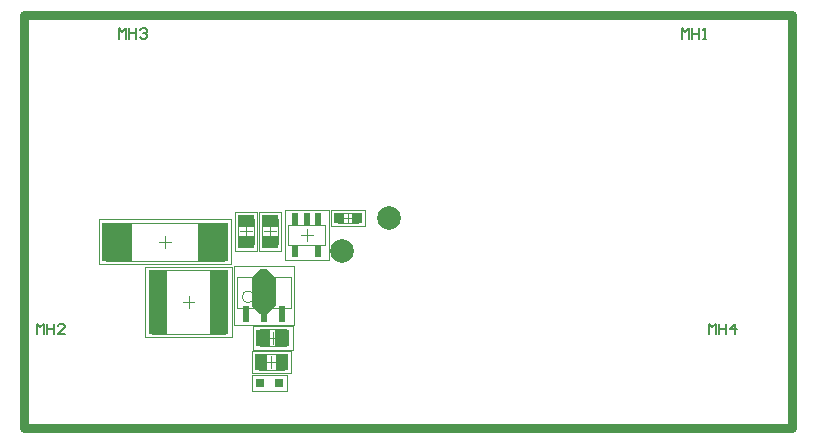
<source format=gtp>
G04*
G04 #@! TF.GenerationSoftware,Altium Limited,Altium Designer,20.2.5 (213)*
G04*
G04 Layer_Color=8421504*
%FSLAX25Y25*%
%MOIN*%
G70*
G04*
G04 #@! TF.SameCoordinates,39B45ED5-C860-4F3F-9C9E-4364353DF4F0*
G04*
G04*
G04 #@! TF.FilePolarity,Positive*
G04*
G01*
G75*
%ADD12C,0.00197*%
%ADD13C,0.00650*%
%ADD14C,0.03000*%
%ADD15C,0.00394*%
%ADD16C,0.07874*%
%ADD17R,0.02362X0.05512*%
%ADD18R,0.02362X0.02756*%
%ADD19R,0.02362X0.04134*%
%ADD20R,0.03937X0.05315*%
%ADD21R,0.03347X0.03543*%
%ADD22R,0.03150X0.03150*%
%ADD23R,0.10197X0.12756*%
%ADD24R,0.06496X0.21260*%
%ADD25R,0.05118X0.05709*%
%ADD26R,0.05315X0.03937*%
G36*
X83937Y50102D02*
Y40653D01*
X81181Y37898D01*
X78819D01*
X76063Y40653D01*
Y50102D01*
X78819Y52858D01*
X81181D01*
X83937Y50102D01*
D02*
G37*
D12*
X69961Y34157D02*
X90039D01*
X69961Y53843D02*
X90039D01*
X69961Y34157D02*
Y53843D01*
X90039Y34157D02*
Y53843D01*
X86976Y72583D02*
X101543D01*
X86976Y56047D02*
X101543D01*
Y72583D01*
X86976Y56047D02*
Y72583D01*
X75961Y18260D02*
X88953D01*
X75961Y25740D02*
X88953D01*
Y18260D02*
Y25740D01*
X75961Y18260D02*
Y25740D01*
X102291Y67244D02*
Y72756D01*
X113709Y67244D02*
Y72756D01*
X102291D02*
X113709D01*
X102291Y67244D02*
X113709D01*
X87559Y12441D02*
Y17559D01*
X76339Y12441D02*
X87559D01*
X76142D02*
Y17559D01*
X76339D02*
X87559D01*
X24953Y54520D02*
X69047D01*
X24953Y69480D02*
X69047D01*
Y54520D02*
Y69480D01*
X24953Y54520D02*
Y69480D01*
X40492Y30386D02*
X69232D01*
X40492Y53614D02*
X69232D01*
Y30386D02*
Y53614D01*
X40492Y30386D02*
Y53614D01*
X76307Y26063D02*
X89693D01*
X76307Y33937D02*
X89693D01*
Y26063D02*
Y33937D01*
X76307Y26063D02*
Y33937D01*
X70260Y59047D02*
Y72039D01*
X77740Y59047D02*
Y72039D01*
X70260Y59047D02*
X77740D01*
X70260Y72039D02*
X77740D01*
X85740Y59047D02*
Y72039D01*
X78260Y59047D02*
Y72039D01*
X85740D01*
X78260Y59047D02*
X85740D01*
D13*
X228200Y31200D02*
Y34699D01*
X229366Y33533D01*
X230533Y34699D01*
Y31200D01*
X231699Y34699D02*
Y31200D01*
Y32949D01*
X234031D01*
Y34699D01*
Y31200D01*
X236947D02*
Y34699D01*
X235198Y32949D01*
X237530D01*
X219350Y129650D02*
Y133149D01*
X220516Y131983D01*
X221683Y133149D01*
Y129650D01*
X222849Y133149D02*
Y129650D01*
Y131399D01*
X225181D01*
Y133149D01*
Y129650D01*
X226348D02*
X227514D01*
X226931D01*
Y133149D01*
X226348Y132566D01*
X4200Y31200D02*
Y34699D01*
X5366Y33533D01*
X6533Y34699D01*
Y31200D01*
X7699Y34699D02*
Y31200D01*
Y32949D01*
X10031D01*
Y34699D01*
Y31200D01*
X13530D02*
X11198D01*
X13530Y33533D01*
Y34116D01*
X12947Y34699D01*
X11781D01*
X11198Y34116D01*
X31650Y129750D02*
Y133249D01*
X32816Y132083D01*
X33983Y133249D01*
Y129750D01*
X35149Y133249D02*
Y129750D01*
Y131499D01*
X37481D01*
Y133249D01*
Y129750D01*
X38648Y132666D02*
X39231Y133249D01*
X40397D01*
X40980Y132666D01*
Y132083D01*
X40397Y131499D01*
X39814D01*
X40397D01*
X40980Y130916D01*
Y130333D01*
X40397Y129750D01*
X39231D01*
X38648Y130333D01*
D14*
X0Y0D02*
X255906D01*
Y137795D01*
X0D02*
X255906D01*
X0Y0D02*
Y137795D01*
D15*
X76653Y43695D02*
G03*
X76653Y43695I-1969J0D01*
G01*
X70945Y39955D02*
X89055D01*
X70945Y50191D02*
X89055D01*
X70945Y39955D02*
Y50191D01*
X89055Y39955D02*
Y50191D01*
X88059Y67563D02*
X100461D01*
X88059Y61067D02*
X100461D01*
Y67563D01*
X88059Y61067D02*
Y67563D01*
X78323Y19342D02*
X86591D01*
X78323Y24657D02*
X86591D01*
Y19342D02*
Y24657D01*
X78323Y19342D02*
Y24657D01*
X104654Y68228D02*
Y71772D01*
X111346Y68228D02*
Y71772D01*
X104654D02*
X111346D01*
X104654Y68228D02*
X111346D01*
X27315Y55701D02*
X66685D01*
X27315Y68299D02*
X66685D01*
Y55701D02*
Y68299D01*
X27315Y55701D02*
Y68299D01*
X42854Y31370D02*
X66870D01*
X42854Y52630D02*
X66870D01*
Y31370D02*
Y52630D01*
X42854Y31370D02*
Y52630D01*
X78669Y27146D02*
X87331D01*
X78669Y32854D02*
X87331D01*
Y27146D02*
Y32854D01*
X78669Y27146D02*
Y32854D01*
X71342Y61409D02*
Y69677D01*
X76657Y61409D02*
Y69677D01*
X71342Y61409D02*
X76657D01*
X71342Y69677D02*
X76657D01*
X84658Y61409D02*
Y69677D01*
X79343Y61409D02*
Y69677D01*
X84658D01*
X79343Y61409D02*
X84658D01*
X80000Y43104D02*
Y47041D01*
X78031Y45073D02*
X81968D01*
X94260Y62347D02*
Y66284D01*
X92291Y64315D02*
X96228D01*
X82457Y20031D02*
Y23968D01*
X80488Y22000D02*
X84425D01*
X106228Y70000D02*
X109772D01*
X108000Y68228D02*
Y71772D01*
X47000Y60031D02*
Y63968D01*
X45031Y62000D02*
X48968D01*
X54862Y40031D02*
Y43968D01*
X52894Y42000D02*
X56831D01*
X83000Y28032D02*
Y31969D01*
X81032Y30000D02*
X84969D01*
X72031Y65543D02*
X75968D01*
X74000Y63575D02*
Y67512D01*
X80032Y65543D02*
X83969D01*
X82000Y63575D02*
Y67512D01*
D16*
X106100Y59000D02*
D03*
X121550Y70000D02*
D03*
D17*
X74094Y37898D02*
D03*
X85905D02*
D03*
D18*
X80000Y36520D02*
D03*
D19*
X98000Y69630D02*
D03*
X94260D02*
D03*
X90520D02*
D03*
Y59000D02*
D03*
X98000D02*
D03*
D20*
X86000Y22000D02*
D03*
X78913D02*
D03*
D21*
X104949Y70000D02*
D03*
X111051D02*
D03*
D22*
X78701Y15000D02*
D03*
X85000D02*
D03*
D23*
X62984Y62000D02*
D03*
X31016D02*
D03*
D24*
X65000Y42000D02*
D03*
X44724D02*
D03*
D25*
X86150Y30000D02*
D03*
X79850D02*
D03*
D26*
X74000Y62000D02*
D03*
Y69087D02*
D03*
X82000D02*
D03*
Y62000D02*
D03*
M02*

</source>
